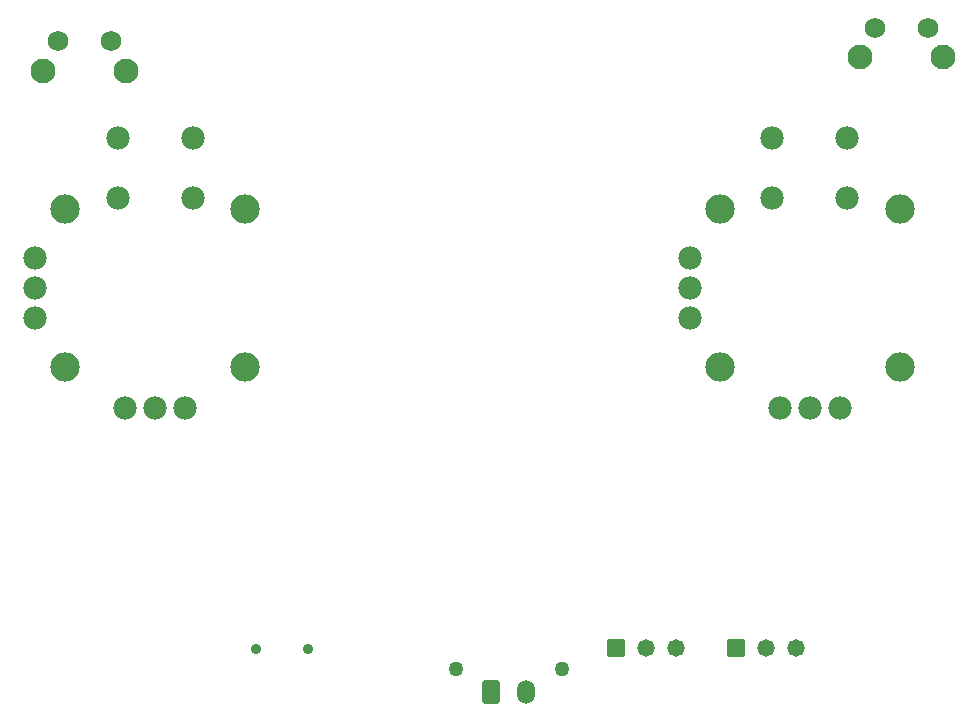
<source format=gbr>
%TF.GenerationSoftware,KiCad,Pcbnew,8.0.6*%
%TF.CreationDate,2025-03-25T19:51:35+01:00*%
%TF.ProjectId,CONTROL WIFI ESP32 S3 V4.0,434f4e54-524f-44c2-9057-494649204553,rev?*%
%TF.SameCoordinates,Original*%
%TF.FileFunction,Soldermask,Bot*%
%TF.FilePolarity,Negative*%
%FSLAX46Y46*%
G04 Gerber Fmt 4.6, Leading zero omitted, Abs format (unit mm)*
G04 Created by KiCad (PCBNEW 8.0.6) date 2025-03-25 19:51:35*
%MOMM*%
%LPD*%
G01*
G04 APERTURE LIST*
G04 Aperture macros list*
%AMRoundRect*
0 Rectangle with rounded corners*
0 $1 Rounding radius*
0 $2 $3 $4 $5 $6 $7 $8 $9 X,Y pos of 4 corners*
0 Add a 4 corners polygon primitive as box body*
4,1,4,$2,$3,$4,$5,$6,$7,$8,$9,$2,$3,0*
0 Add four circle primitives for the rounded corners*
1,1,$1+$1,$2,$3*
1,1,$1+$1,$4,$5*
1,1,$1+$1,$6,$7*
1,1,$1+$1,$8,$9*
0 Add four rect primitives between the rounded corners*
20,1,$1+$1,$2,$3,$4,$5,0*
20,1,$1+$1,$4,$5,$6,$7,0*
20,1,$1+$1,$6,$7,$8,$9,0*
20,1,$1+$1,$8,$9,$2,$3,0*%
G04 Aperture macros list end*
%ADD10RoundRect,0.102000X-0.634000X-0.634000X0.634000X-0.634000X0.634000X0.634000X-0.634000X0.634000X0*%
%ADD11C,1.472000*%
%ADD12C,2.100000*%
%ADD13C,1.750000*%
%ADD14C,1.270000*%
%ADD15RoundRect,0.250001X-0.499999X-0.759999X0.499999X-0.759999X0.499999X0.759999X-0.499999X0.759999X0*%
%ADD16O,1.500000X2.020000*%
%ADD17C,1.982000*%
%ADD18C,2.490000*%
%ADD19C,0.900000*%
G04 APERTURE END LIST*
D10*
%TO.C,POT1*%
X97950000Y-135500000D03*
D11*
X100490000Y-135500000D03*
X103030000Y-135500000D03*
%TD*%
D12*
%TO.C,SW1*%
X39275000Y-86602500D03*
X46285000Y-86602500D03*
D13*
X40525000Y-84112500D03*
X45025000Y-84112500D03*
%TD*%
D14*
%TO.C,J2*%
X74200000Y-137240000D03*
X83200000Y-137240000D03*
D15*
X77200000Y-139200000D03*
D16*
X80200000Y-139200000D03*
%TD*%
D17*
%TO.C,U5*%
X45575000Y-92300000D03*
X51925000Y-92300000D03*
X45575000Y-97380000D03*
X51925000Y-97380000D03*
X46210000Y-115160000D03*
X48750000Y-115160000D03*
X51290000Y-115160000D03*
D18*
X41130000Y-98332500D03*
X41130000Y-111667500D03*
X56370000Y-111667500D03*
X56370000Y-98332500D03*
D17*
X38590000Y-102460000D03*
X38590000Y-105000000D03*
X38590000Y-107540000D03*
%TD*%
%TO.C,U6*%
X101005000Y-92300000D03*
X107355000Y-92300000D03*
X101005000Y-97380000D03*
X107355000Y-97380000D03*
X101640000Y-115160000D03*
X104180000Y-115160000D03*
X106720000Y-115160000D03*
D18*
X96560000Y-98332500D03*
X96560000Y-111667500D03*
X111800000Y-111667500D03*
X111800000Y-98332500D03*
D17*
X94020000Y-102460000D03*
X94020000Y-105000000D03*
X94020000Y-107540000D03*
%TD*%
D12*
%TO.C,SW2*%
X108475000Y-85452500D03*
X115485000Y-85452500D03*
D13*
X109725000Y-82962500D03*
X114225000Y-82962500D03*
%TD*%
D10*
%TO.C,POT2*%
X87760000Y-135500000D03*
D11*
X90300000Y-135500000D03*
X92840000Y-135500000D03*
%TD*%
D19*
%TO.C,J1*%
X57300000Y-135575000D03*
X61700000Y-135575000D03*
%TD*%
M02*

</source>
